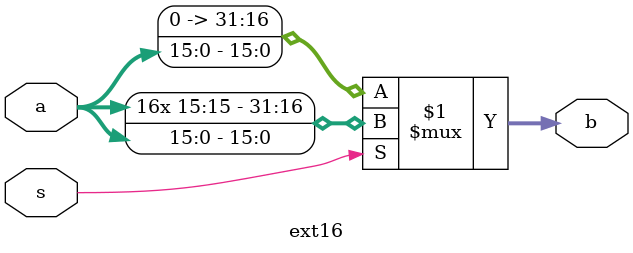
<source format=v>
`timescale 1ns / 1ps
module ext16(
    input [15:0] a,
    input s,          
    output [31:0] b
    );
    //value of s: 1--> sign_extend    0--> zero_extend
    assign b = s ? {{(16){a[15]}},a} : {16'b0,a};
endmodule
</source>
